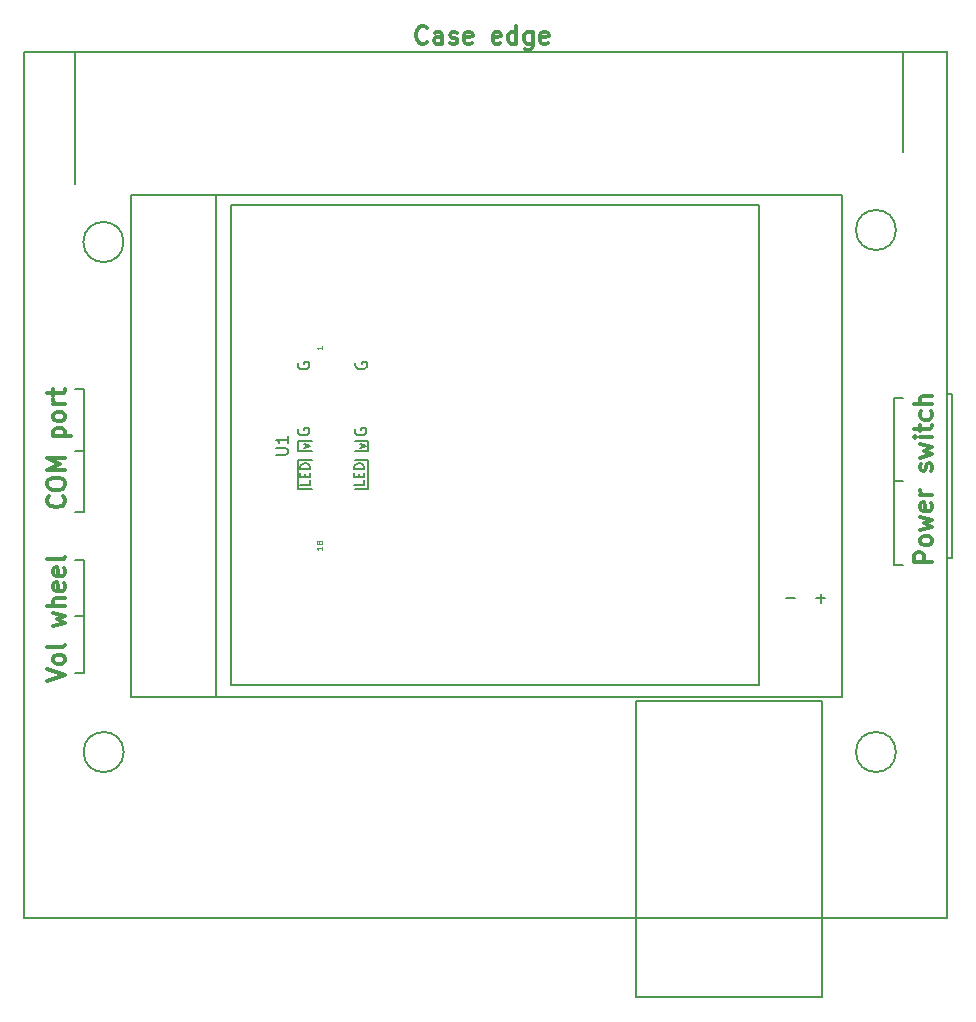
<source format=gbr>
G04 #@! TF.GenerationSoftware,KiCad,Pcbnew,5.0.2+dfsg1-1~bpo9+1*
G04 #@! TF.CreationDate,2020-11-02T20:14:28+00:00*
G04 #@! TF.ProjectId,gbc_outline_screen_new,6762635f-6f75-4746-9c69-6e655f736372,rev?*
G04 #@! TF.SameCoordinates,Original*
G04 #@! TF.FileFunction,Legend,Top*
G04 #@! TF.FilePolarity,Positive*
%FSLAX46Y46*%
G04 Gerber Fmt 4.6, Leading zero omitted, Abs format (unit mm)*
G04 Created by KiCad (PCBNEW 5.0.2+dfsg1-1~bpo9+1) date Mon 02 Nov 2020 20:14:28 GMT*
%MOMM*%
%LPD*%
G01*
G04 APERTURE LIST*
%ADD10C,0.150000*%
%ADD11C,0.300000*%
%ADD12C,0.200000*%
%ADD13C,0.125000*%
G04 APERTURE END LIST*
D10*
X109560360Y-120167400D02*
X187665360Y-120162320D01*
D11*
X112884994Y-84497680D02*
X112956422Y-84569108D01*
X113027851Y-84783394D01*
X113027851Y-84926251D01*
X112956422Y-85140537D01*
X112813565Y-85283394D01*
X112670708Y-85354822D01*
X112384994Y-85426251D01*
X112170708Y-85426251D01*
X111884994Y-85354822D01*
X111742137Y-85283394D01*
X111599280Y-85140537D01*
X111527851Y-84926251D01*
X111527851Y-84783394D01*
X111599280Y-84569108D01*
X111670708Y-84497680D01*
X111527851Y-83569108D02*
X111527851Y-83283394D01*
X111599280Y-83140537D01*
X111742137Y-82997680D01*
X112027851Y-82926251D01*
X112527851Y-82926251D01*
X112813565Y-82997680D01*
X112956422Y-83140537D01*
X113027851Y-83283394D01*
X113027851Y-83569108D01*
X112956422Y-83711965D01*
X112813565Y-83854822D01*
X112527851Y-83926251D01*
X112027851Y-83926251D01*
X111742137Y-83854822D01*
X111599280Y-83711965D01*
X111527851Y-83569108D01*
X113027851Y-82283394D02*
X111527851Y-82283394D01*
X112599280Y-81783394D01*
X111527851Y-81283394D01*
X113027851Y-81283394D01*
X112027851Y-79426251D02*
X113527851Y-79426251D01*
X112099280Y-79426251D02*
X112027851Y-79283394D01*
X112027851Y-78997680D01*
X112099280Y-78854822D01*
X112170708Y-78783394D01*
X112313565Y-78711965D01*
X112742137Y-78711965D01*
X112884994Y-78783394D01*
X112956422Y-78854822D01*
X113027851Y-78997680D01*
X113027851Y-79283394D01*
X112956422Y-79426251D01*
X113027851Y-77854822D02*
X112956422Y-77997680D01*
X112884994Y-78069108D01*
X112742137Y-78140537D01*
X112313565Y-78140537D01*
X112170708Y-78069108D01*
X112099280Y-77997680D01*
X112027851Y-77854822D01*
X112027851Y-77640537D01*
X112099280Y-77497680D01*
X112170708Y-77426251D01*
X112313565Y-77354822D01*
X112742137Y-77354822D01*
X112884994Y-77426251D01*
X112956422Y-77497680D01*
X113027851Y-77640537D01*
X113027851Y-77854822D01*
X113027851Y-76711965D02*
X112027851Y-76711965D01*
X112313565Y-76711965D02*
X112170708Y-76640537D01*
X112099280Y-76569108D01*
X112027851Y-76426251D01*
X112027851Y-76283394D01*
X112027851Y-75997680D02*
X112027851Y-75426251D01*
X111527851Y-75783394D02*
X112813565Y-75783394D01*
X112956422Y-75711965D01*
X113027851Y-75569108D01*
X113027851Y-75426251D01*
D10*
X187665360Y-46837600D02*
X187665360Y-120162320D01*
X109565440Y-46842680D02*
X109565440Y-120167400D01*
X113873280Y-46842680D02*
X109567980Y-46842680D01*
D12*
X188092080Y-89743280D02*
X187660280Y-89743280D01*
X188092080Y-75849480D02*
X188092080Y-89743280D01*
X187685680Y-75849480D02*
X188092080Y-75849480D01*
X183977280Y-46842680D02*
X187685680Y-46842680D01*
D11*
X143675280Y-46044894D02*
X143603851Y-46116322D01*
X143389565Y-46187751D01*
X143246708Y-46187751D01*
X143032422Y-46116322D01*
X142889565Y-45973465D01*
X142818137Y-45830608D01*
X142746708Y-45544894D01*
X142746708Y-45330608D01*
X142818137Y-45044894D01*
X142889565Y-44902037D01*
X143032422Y-44759180D01*
X143246708Y-44687751D01*
X143389565Y-44687751D01*
X143603851Y-44759180D01*
X143675280Y-44830608D01*
X144960994Y-46187751D02*
X144960994Y-45402037D01*
X144889565Y-45259180D01*
X144746708Y-45187751D01*
X144460994Y-45187751D01*
X144318137Y-45259180D01*
X144960994Y-46116322D02*
X144818137Y-46187751D01*
X144460994Y-46187751D01*
X144318137Y-46116322D01*
X144246708Y-45973465D01*
X144246708Y-45830608D01*
X144318137Y-45687751D01*
X144460994Y-45616322D01*
X144818137Y-45616322D01*
X144960994Y-45544894D01*
X145603851Y-46116322D02*
X145746708Y-46187751D01*
X146032422Y-46187751D01*
X146175280Y-46116322D01*
X146246708Y-45973465D01*
X146246708Y-45902037D01*
X146175280Y-45759180D01*
X146032422Y-45687751D01*
X145818137Y-45687751D01*
X145675280Y-45616322D01*
X145603851Y-45473465D01*
X145603851Y-45402037D01*
X145675280Y-45259180D01*
X145818137Y-45187751D01*
X146032422Y-45187751D01*
X146175280Y-45259180D01*
X147460994Y-46116322D02*
X147318137Y-46187751D01*
X147032422Y-46187751D01*
X146889565Y-46116322D01*
X146818137Y-45973465D01*
X146818137Y-45402037D01*
X146889565Y-45259180D01*
X147032422Y-45187751D01*
X147318137Y-45187751D01*
X147460994Y-45259180D01*
X147532422Y-45402037D01*
X147532422Y-45544894D01*
X146818137Y-45687751D01*
X149889565Y-46116322D02*
X149746708Y-46187751D01*
X149460994Y-46187751D01*
X149318137Y-46116322D01*
X149246708Y-45973465D01*
X149246708Y-45402037D01*
X149318137Y-45259180D01*
X149460994Y-45187751D01*
X149746708Y-45187751D01*
X149889565Y-45259180D01*
X149960994Y-45402037D01*
X149960994Y-45544894D01*
X149246708Y-45687751D01*
X151246708Y-46187751D02*
X151246708Y-44687751D01*
X151246708Y-46116322D02*
X151103851Y-46187751D01*
X150818137Y-46187751D01*
X150675280Y-46116322D01*
X150603851Y-46044894D01*
X150532422Y-45902037D01*
X150532422Y-45473465D01*
X150603851Y-45330608D01*
X150675280Y-45259180D01*
X150818137Y-45187751D01*
X151103851Y-45187751D01*
X151246708Y-45259180D01*
X152603851Y-45187751D02*
X152603851Y-46402037D01*
X152532422Y-46544894D01*
X152460994Y-46616322D01*
X152318137Y-46687751D01*
X152103851Y-46687751D01*
X151960994Y-46616322D01*
X152603851Y-46116322D02*
X152460994Y-46187751D01*
X152175280Y-46187751D01*
X152032422Y-46116322D01*
X151960994Y-46044894D01*
X151889565Y-45902037D01*
X151889565Y-45473465D01*
X151960994Y-45330608D01*
X152032422Y-45259180D01*
X152175280Y-45187751D01*
X152460994Y-45187751D01*
X152603851Y-45259180D01*
X153889565Y-46116322D02*
X153746708Y-46187751D01*
X153460994Y-46187751D01*
X153318137Y-46116322D01*
X153246708Y-45973465D01*
X153246708Y-45402037D01*
X153318137Y-45259180D01*
X153460994Y-45187751D01*
X153746708Y-45187751D01*
X153889565Y-45259180D01*
X153960994Y-45402037D01*
X153960994Y-45544894D01*
X153246708Y-45687751D01*
D10*
X113873280Y-46842680D02*
X113873280Y-58018680D01*
X183977280Y-46842680D02*
X113873280Y-46842680D01*
X183977280Y-55351680D02*
X183977280Y-46842680D01*
D12*
X183215280Y-83228180D02*
X183977280Y-83228180D01*
X113873280Y-94658180D02*
X114635280Y-94658180D01*
X113873280Y-80624680D02*
X114635280Y-80624680D01*
D11*
X111527851Y-100134394D02*
X113027851Y-99634394D01*
X111527851Y-99134394D01*
X113027851Y-98420108D02*
X112956422Y-98562965D01*
X112884994Y-98634394D01*
X112742137Y-98705822D01*
X112313565Y-98705822D01*
X112170708Y-98634394D01*
X112099280Y-98562965D01*
X112027851Y-98420108D01*
X112027851Y-98205822D01*
X112099280Y-98062965D01*
X112170708Y-97991537D01*
X112313565Y-97920108D01*
X112742137Y-97920108D01*
X112884994Y-97991537D01*
X112956422Y-98062965D01*
X113027851Y-98205822D01*
X113027851Y-98420108D01*
X113027851Y-97062965D02*
X112956422Y-97205822D01*
X112813565Y-97277251D01*
X111527851Y-97277251D01*
X112027851Y-95491537D02*
X113027851Y-95205822D01*
X112313565Y-94920108D01*
X113027851Y-94634394D01*
X112027851Y-94348680D01*
X113027851Y-93777251D02*
X111527851Y-93777251D01*
X113027851Y-93134394D02*
X112242137Y-93134394D01*
X112099280Y-93205822D01*
X112027851Y-93348680D01*
X112027851Y-93562965D01*
X112099280Y-93705822D01*
X112170708Y-93777251D01*
X112956422Y-91848680D02*
X113027851Y-91991537D01*
X113027851Y-92277251D01*
X112956422Y-92420108D01*
X112813565Y-92491537D01*
X112242137Y-92491537D01*
X112099280Y-92420108D01*
X112027851Y-92277251D01*
X112027851Y-91991537D01*
X112099280Y-91848680D01*
X112242137Y-91777251D01*
X112384994Y-91777251D01*
X112527851Y-92491537D01*
X112956422Y-90562965D02*
X113027851Y-90705822D01*
X113027851Y-90991537D01*
X112956422Y-91134394D01*
X112813565Y-91205822D01*
X112242137Y-91205822D01*
X112099280Y-91134394D01*
X112027851Y-90991537D01*
X112027851Y-90705822D01*
X112099280Y-90562965D01*
X112242137Y-90491537D01*
X112384994Y-90491537D01*
X112527851Y-91205822D01*
X113027851Y-89634394D02*
X112956422Y-89777251D01*
X112813565Y-89848680D01*
X111527851Y-89848680D01*
X186433851Y-90073394D02*
X184933851Y-90073394D01*
X184933851Y-89501965D01*
X185005280Y-89359108D01*
X185076708Y-89287680D01*
X185219565Y-89216251D01*
X185433851Y-89216251D01*
X185576708Y-89287680D01*
X185648137Y-89359108D01*
X185719565Y-89501965D01*
X185719565Y-90073394D01*
X186433851Y-88359108D02*
X186362422Y-88501965D01*
X186290994Y-88573394D01*
X186148137Y-88644822D01*
X185719565Y-88644822D01*
X185576708Y-88573394D01*
X185505280Y-88501965D01*
X185433851Y-88359108D01*
X185433851Y-88144822D01*
X185505280Y-88001965D01*
X185576708Y-87930537D01*
X185719565Y-87859108D01*
X186148137Y-87859108D01*
X186290994Y-87930537D01*
X186362422Y-88001965D01*
X186433851Y-88144822D01*
X186433851Y-88359108D01*
X185433851Y-87359108D02*
X186433851Y-87073394D01*
X185719565Y-86787680D01*
X186433851Y-86501965D01*
X185433851Y-86216251D01*
X186362422Y-85073394D02*
X186433851Y-85216251D01*
X186433851Y-85501965D01*
X186362422Y-85644822D01*
X186219565Y-85716251D01*
X185648137Y-85716251D01*
X185505280Y-85644822D01*
X185433851Y-85501965D01*
X185433851Y-85216251D01*
X185505280Y-85073394D01*
X185648137Y-85001965D01*
X185790994Y-85001965D01*
X185933851Y-85716251D01*
X186433851Y-84359108D02*
X185433851Y-84359108D01*
X185719565Y-84359108D02*
X185576708Y-84287680D01*
X185505280Y-84216251D01*
X185433851Y-84073394D01*
X185433851Y-83930537D01*
X186362422Y-82359108D02*
X186433851Y-82216251D01*
X186433851Y-81930537D01*
X186362422Y-81787680D01*
X186219565Y-81716251D01*
X186148137Y-81716251D01*
X186005280Y-81787680D01*
X185933851Y-81930537D01*
X185933851Y-82144822D01*
X185862422Y-82287680D01*
X185719565Y-82359108D01*
X185648137Y-82359108D01*
X185505280Y-82287680D01*
X185433851Y-82144822D01*
X185433851Y-81930537D01*
X185505280Y-81787680D01*
X185433851Y-81216251D02*
X186433851Y-80930537D01*
X185719565Y-80644822D01*
X186433851Y-80359108D01*
X185433851Y-80073394D01*
X186433851Y-79501965D02*
X185433851Y-79501965D01*
X184933851Y-79501965D02*
X185005280Y-79573394D01*
X185076708Y-79501965D01*
X185005280Y-79430537D01*
X184933851Y-79501965D01*
X185076708Y-79501965D01*
X185433851Y-79001965D02*
X185433851Y-78430537D01*
X184933851Y-78787680D02*
X186219565Y-78787680D01*
X186362422Y-78716251D01*
X186433851Y-78573394D01*
X186433851Y-78430537D01*
X186362422Y-77287680D02*
X186433851Y-77430537D01*
X186433851Y-77716251D01*
X186362422Y-77859108D01*
X186290994Y-77930537D01*
X186148137Y-78001965D01*
X185719565Y-78001965D01*
X185576708Y-77930537D01*
X185505280Y-77859108D01*
X185433851Y-77716251D01*
X185433851Y-77430537D01*
X185505280Y-77287680D01*
X186433851Y-76644822D02*
X184933851Y-76644822D01*
X186433851Y-76001965D02*
X185648137Y-76001965D01*
X185505280Y-76073394D01*
X185433851Y-76216251D01*
X185433851Y-76430537D01*
X185505280Y-76573394D01*
X185576708Y-76644822D01*
D12*
X183215280Y-76179680D02*
X183977280Y-76179680D01*
X183215280Y-90276680D02*
X183977280Y-90276680D01*
X183215280Y-76179680D02*
X183215280Y-90276680D01*
X114635280Y-89895680D02*
X113873280Y-89895680D01*
X114635280Y-99420680D02*
X113873280Y-99420680D01*
X114635280Y-89895680D02*
X114635280Y-99420680D01*
X114635280Y-85831680D02*
X113873280Y-85831680D01*
X114635280Y-75417680D02*
X114635280Y-85831680D01*
X113873280Y-75417680D02*
X114635280Y-75417680D01*
X171785280Y-59796680D02*
X127081280Y-59796680D01*
X171785280Y-100436680D02*
X171785280Y-59796680D01*
X127081280Y-100436680D02*
X127081280Y-59796680D01*
X127081280Y-100436680D02*
X171785280Y-100436680D01*
D10*
G04 #@! TO.C,U1*
X134213600Y-101506020D02*
X178790600Y-101506020D01*
X134213600Y-101506020D02*
X118592600Y-101506020D01*
X118592600Y-101506020D02*
X118592600Y-59024520D01*
X118592600Y-59024520D02*
X178790600Y-59024520D01*
X178790600Y-59024520D02*
X178790600Y-80106520D01*
X178790600Y-101506020D02*
X178790600Y-80106520D01*
X133896100Y-80678020D02*
X132753100Y-80678020D01*
X132753100Y-80678020D02*
X132753100Y-79852520D01*
X132753100Y-79852520D02*
X133896100Y-79852520D01*
X137579100Y-81440020D02*
X138658600Y-81440020D01*
X138658600Y-80678020D02*
X138658600Y-79852520D01*
X137579100Y-80678020D02*
X138658600Y-80678020D01*
X138658600Y-79852520D02*
X137579100Y-79852520D01*
X137579100Y-83853020D02*
X138658600Y-83853020D01*
X138658600Y-83853020D02*
X138658600Y-81440020D01*
X133896100Y-81440020D02*
X132753100Y-81440020D01*
X132753100Y-81440020D02*
X132753100Y-83853020D01*
X132753100Y-83853020D02*
X133896100Y-83853020D01*
X125831600Y-59024520D02*
X125831600Y-101506020D01*
G04 #@! TO.C,U3*
X169263060Y-101854000D02*
X161389060Y-101854000D01*
X161389060Y-101854000D02*
X161389060Y-126873000D01*
X161389060Y-126873000D02*
X177137060Y-126873000D01*
X177137060Y-126873000D02*
X177137060Y-101854000D01*
X177137060Y-101854000D02*
X169263060Y-101854000D01*
G04 #@! TO.C,REF\002A\002A*
X117983017Y-106151680D02*
G75*
G03X117983017Y-106151680I-1696737J0D01*
G01*
X183375317Y-61953140D02*
G75*
G03X183375317Y-61953140I-1696737J0D01*
G01*
X117970317Y-62969140D02*
G75*
G03X117970317Y-62969140I-1696737J0D01*
G01*
X183375317Y-106149140D02*
G75*
G03X183375317Y-106149140I-1696737J0D01*
G01*
G04 #@! TO.C,U1*
X130871980Y-80995424D02*
X131681504Y-80995424D01*
X131776742Y-80947805D01*
X131824361Y-80900186D01*
X131871980Y-80804948D01*
X131871980Y-80614472D01*
X131824361Y-80519234D01*
X131776742Y-80471615D01*
X131681504Y-80423996D01*
X130871980Y-80423996D01*
X131871980Y-79423996D02*
X131871980Y-79995424D01*
X131871980Y-79709710D02*
X130871980Y-79709710D01*
X131014838Y-79804948D01*
X131110076Y-79900186D01*
X131157695Y-79995424D01*
D13*
X134820790Y-71759462D02*
X134820790Y-72045177D01*
X134820790Y-71902320D02*
X134320790Y-71902320D01*
X134392219Y-71949939D01*
X134439838Y-71997558D01*
X134463647Y-72045177D01*
X134820790Y-88761558D02*
X134820790Y-89047272D01*
X134820790Y-88904415D02*
X134320790Y-88904415D01*
X134392219Y-88952034D01*
X134439838Y-88999653D01*
X134463647Y-89047272D01*
X134535076Y-88475843D02*
X134511266Y-88523462D01*
X134487457Y-88547272D01*
X134439838Y-88571081D01*
X134416028Y-88571081D01*
X134368409Y-88547272D01*
X134344600Y-88523462D01*
X134320790Y-88475843D01*
X134320790Y-88380605D01*
X134344600Y-88332986D01*
X134368409Y-88309177D01*
X134416028Y-88285367D01*
X134439838Y-88285367D01*
X134487457Y-88309177D01*
X134511266Y-88332986D01*
X134535076Y-88380605D01*
X134535076Y-88475843D01*
X134558885Y-88523462D01*
X134582695Y-88547272D01*
X134630314Y-88571081D01*
X134725552Y-88571081D01*
X134773171Y-88547272D01*
X134796980Y-88523462D01*
X134820790Y-88475843D01*
X134820790Y-88380605D01*
X134796980Y-88332986D01*
X134773171Y-88309177D01*
X134725552Y-88285367D01*
X134630314Y-88285367D01*
X134582695Y-88309177D01*
X134558885Y-88332986D01*
X134535076Y-88380605D01*
D10*
X137979171Y-80423996D02*
X138512504Y-80233520D01*
X137979171Y-80043043D01*
X138322004Y-83160805D02*
X138322004Y-83541758D01*
X137522004Y-83541758D01*
X137902957Y-82894139D02*
X137902957Y-82627472D01*
X138322004Y-82513186D02*
X138322004Y-82894139D01*
X137522004Y-82894139D01*
X137522004Y-82513186D01*
X138322004Y-82170329D02*
X137522004Y-82170329D01*
X137522004Y-81979853D01*
X137560100Y-81865567D01*
X137636290Y-81789377D01*
X137712480Y-81751281D01*
X137864861Y-81713186D01*
X137979147Y-81713186D01*
X138131528Y-81751281D01*
X138207719Y-81789377D01*
X138283909Y-81865567D01*
X138322004Y-81979853D01*
X138322004Y-82170329D01*
X133750004Y-83160805D02*
X133750004Y-83541758D01*
X132950004Y-83541758D01*
X133330957Y-82894139D02*
X133330957Y-82627472D01*
X133750004Y-82513186D02*
X133750004Y-82894139D01*
X132950004Y-82894139D01*
X132950004Y-82513186D01*
X133750004Y-82170329D02*
X132950004Y-82170329D01*
X132950004Y-81979853D01*
X132988100Y-81865567D01*
X133064290Y-81789377D01*
X133140480Y-81751281D01*
X133292861Y-81713186D01*
X133407147Y-81713186D01*
X133559528Y-81751281D01*
X133635719Y-81789377D01*
X133711909Y-81865567D01*
X133750004Y-81979853D01*
X133750004Y-82170329D01*
X133216671Y-80423996D02*
X133750004Y-80233520D01*
X133216671Y-80043043D01*
X137587100Y-78765115D02*
X137539480Y-78860353D01*
X137539480Y-79003210D01*
X137587100Y-79146067D01*
X137682338Y-79241305D01*
X137777576Y-79288924D01*
X137968052Y-79336543D01*
X138110909Y-79336543D01*
X138301385Y-79288924D01*
X138396623Y-79241305D01*
X138491861Y-79146067D01*
X138539480Y-79003210D01*
X138539480Y-78907972D01*
X138491861Y-78765115D01*
X138444242Y-78717496D01*
X138110909Y-78717496D01*
X138110909Y-78907972D01*
X132761100Y-78765115D02*
X132713480Y-78860353D01*
X132713480Y-79003210D01*
X132761100Y-79146067D01*
X132856338Y-79241305D01*
X132951576Y-79288924D01*
X133142052Y-79336543D01*
X133284909Y-79336543D01*
X133475385Y-79288924D01*
X133570623Y-79241305D01*
X133665861Y-79146067D01*
X133713480Y-79003210D01*
X133713480Y-78907972D01*
X133665861Y-78765115D01*
X133618242Y-78717496D01*
X133284909Y-78717496D01*
X133284909Y-78907972D01*
X137650600Y-73177115D02*
X137602980Y-73272353D01*
X137602980Y-73415210D01*
X137650600Y-73558067D01*
X137745838Y-73653305D01*
X137841076Y-73700924D01*
X138031552Y-73748543D01*
X138174409Y-73748543D01*
X138364885Y-73700924D01*
X138460123Y-73653305D01*
X138555361Y-73558067D01*
X138602980Y-73415210D01*
X138602980Y-73319972D01*
X138555361Y-73177115D01*
X138507742Y-73129496D01*
X138174409Y-73129496D01*
X138174409Y-73319972D01*
X132761100Y-73177115D02*
X132713480Y-73272353D01*
X132713480Y-73415210D01*
X132761100Y-73558067D01*
X132856338Y-73653305D01*
X132951576Y-73700924D01*
X133142052Y-73748543D01*
X133284909Y-73748543D01*
X133475385Y-73700924D01*
X133570623Y-73653305D01*
X133665861Y-73558067D01*
X133713480Y-73415210D01*
X133713480Y-73319972D01*
X133665861Y-73177115D01*
X133618242Y-73129496D01*
X133284909Y-73129496D01*
X133284909Y-73319972D01*
G04 #@! TO.C,U2*
X174076407Y-93126868D02*
X174838312Y-93126868D01*
X176611327Y-93126868D02*
X177373232Y-93126868D01*
X176992280Y-93507820D02*
X176992280Y-92745916D01*
G04 #@! TD*
M02*

</source>
